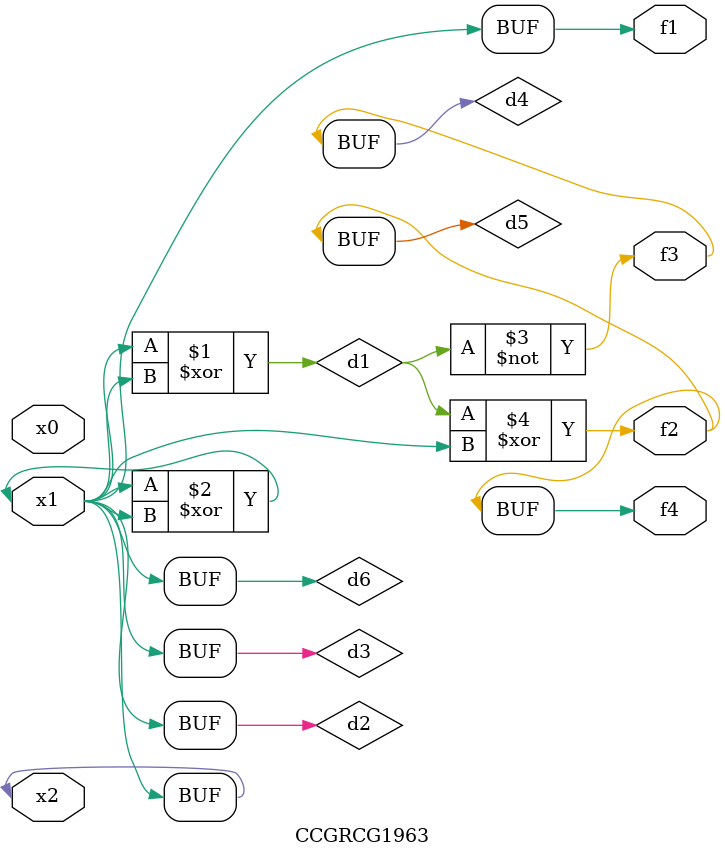
<source format=v>
module CCGRCG1963(
	input x0, x1, x2,
	output f1, f2, f3, f4
);

	wire d1, d2, d3, d4, d5, d6;

	xor (d1, x1, x2);
	buf (d2, x1, x2);
	xor (d3, x1, x2);
	nor (d4, d1);
	xor (d5, d1, d2);
	buf (d6, d2, d3);
	assign f1 = d6;
	assign f2 = d5;
	assign f3 = d4;
	assign f4 = d5;
endmodule

</source>
